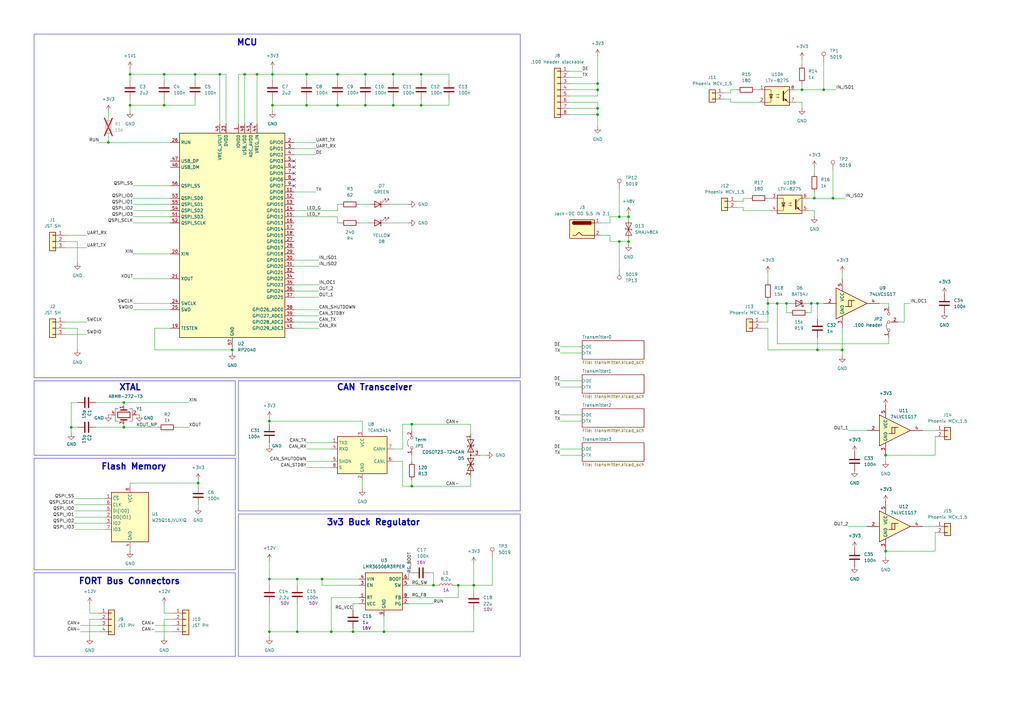
<source format=kicad_sch>
(kicad_sch (version 20250114) (generator "eeschema") (generator_version "9.0")
  (paper "A3")
  (rectangle (start 13.97 234.95) (end 96.52 269.24))
  (rectangle (start 97.79 210.82) (end 213.36 269.24))
  (rectangle (start 97.79 156.21) (end 213.36 209.55))
  (rectangle (start 13.97 156.21) (end 96.52 186.69))
  (rectangle (start 13.97 13.97) (end 213.36 154.94))
  (rectangle (start 13.97 187.96) (end 96.52 233.68))
  (text "MCU" (at 101.346 17.526 0) (effects (font (size 2.54 2.54) (thickness 0.508) (bold yes))))
  (text "FORT Bus Connectors" (at 53.086 236.982 0) (effects (font (size 2.54 2.54) (thickness 0.508) (bold yes)) (justify top)))
  (text "XTAL" (at 53.34 157.48 0) (effects (font (size 2.54 2.54) (thickness 0.508) (bold yes)) (justify top)))
  (text "Flash Memory" (at 54.864 189.992 0) (effects (font (size 2.54 2.54) (thickness 0.508) (bold yes)) (justify top)))
  (text "3v3 Buck Regulator" (at 153.162 212.852 0) (effects (font (size 2.54 2.54) (thickness 0.508) (bold yes)) (justify top)))
  (text "CAN Transceiver" (at 153.67 157.48 0) (effects (font (size 2.54 2.54) (thickness 0.508) (bold yes)) (justify top)))
  (junction (at 138.43 43.18))
  (junction (at 132.08 237.49))
  (junction (at 157.48 259.08))
  (junction (at 105.41 30.48))
  (junction (at 245.11 46.99))
  (junction (at 81.28 198.12))
  (junction (at 161.29 43.18))
  (junction (at 168.91 199.39))
  (junction (at 363.22 226.06))
  (junction (at 172.72 43.18))
  (junction (at 53.34 30.48))
  (junction (at 90.17 30.48))
  (junction (at 121.92 237.49))
  (junction (at 257.81 99.06))
  (junction (at 110.49 259.08))
  (junction (at 111.76 43.18))
  (junction (at 125.73 43.18))
  (junction (at 111.76 30.48))
  (junction (at 257.81 88.9))
  (junction (at 245.11 44.45))
  (junction (at 172.72 30.48))
  (junction (at 50.8 175.26))
  (junction (at 125.73 30.48))
  (junction (at 44.45 58.42))
  (junction (at 149.86 30.48))
  (junction (at 80.01 30.48))
  (junction (at 314.96 124.46))
  (junction (at 29.21 175.26))
  (junction (at 335.28 143.51))
  (junction (at 110.49 237.49))
  (junction (at 194.31 240.03))
  (junction (at 138.43 30.48))
  (junction (at 110.49 172.72))
  (junction (at 53.34 43.18))
  (junction (at 363.22 186.69))
  (junction (at 322.58 124.46))
  (junction (at 161.29 30.48))
  (junction (at 341.63 81.28))
  (junction (at 50.8 165.1))
  (junction (at 254 88.9))
  (junction (at 168.91 173.99))
  (junction (at 337.82 36.83))
  (junction (at 245.11 36.83))
  (junction (at 332.74 124.46))
  (junction (at 95.25 143.51))
  (junction (at 318.77 124.46))
  (junction (at 187.96 240.03))
  (junction (at 144.78 259.08))
  (junction (at 334.01 81.28))
  (junction (at 177.8 240.03))
  (junction (at 135.89 259.08))
  (junction (at 121.92 259.08))
  (junction (at 335.28 124.46))
  (junction (at 149.86 43.18))
  (junction (at 245.11 34.29))
  (junction (at 100.33 30.48))
  (junction (at 328.93 36.83))
  (junction (at 345.44 143.51))
  (junction (at 67.31 43.18))
  (junction (at 67.31 30.48))
  (junction (at 254 99.06))
  (no_connect (at 120.65 68.58))
  (no_connect (at 120.65 76.2))
  (no_connect (at 102.87 50.8))
  (no_connect (at 120.65 66.04))
  (no_connect (at 120.65 73.66))
  (no_connect (at 120.65 71.12))
  (wire (pts (xy 125.73 30.48) (xy 138.43 30.48)))
  (wire (pts (xy 26.67 132.08) (xy 35.56 132.08)))
  (wire (pts (xy 50.8 173.99) (xy 50.8 175.26)))
  (wire (pts (xy 331.47 124.46) (xy 332.74 124.46)))
  (wire (pts (xy 147.32 91.44) (xy 151.13 91.44)))
  (wire (pts (xy 297.18 40.64) (xy 299.72 40.64)))
  (wire (pts (xy 363.22 226.06) (xy 383.54 226.06)))
  (wire (pts (xy 238.76 186.69) (xy 229.87 186.69)))
  (wire (pts (xy 105.41 30.48) (xy 111.76 30.48)))
  (wire (pts (xy 138.43 43.18) (xy 149.86 43.18)))
  (wire (pts (xy 238.76 184.15) (xy 229.87 184.15)))
  (wire (pts (xy 250.19 88.9) (xy 254 88.9)))
  (wire (pts (xy 29.21 175.26) (xy 29.21 177.8)))
  (wire (pts (xy 246.38 91.44) (xy 250.19 91.44)))
  (wire (pts (xy 81.28 196.85) (xy 81.28 198.12)))
  (wire (pts (xy 63.5 259.08) (xy 71.12 259.08)))
  (wire (pts (xy 347.98 215.9) (xy 355.6 215.9)))
  (wire (pts (xy 53.34 40.64) (xy 53.34 43.18)))
  (wire (pts (xy 135.89 259.08) (xy 144.78 259.08)))
  (wire (pts (xy 148.59 172.72) (xy 148.59 176.53)))
  (wire (pts (xy 120.65 60.96) (xy 129.54 60.96)))
  (wire (pts (xy 318.77 124.46) (xy 318.77 140.97)))
  (wire (pts (xy 50.8 166.37) (xy 50.8 165.1)))
  (wire (pts (xy 299.72 40.64) (xy 299.72 41.91)))
  (wire (pts (xy 161.29 184.15) (xy 165.1 184.15)))
  (wire (pts (xy 363.22 186.69) (xy 383.54 186.69)))
  (wire (pts (xy 245.11 46.99) (xy 245.11 44.45)))
  (wire (pts (xy 138.43 30.48) (xy 138.43 33.02)))
  (wire (pts (xy 120.65 116.84) (xy 130.81 116.84)))
  (wire (pts (xy 125.73 43.18) (xy 125.73 40.64)))
  (wire (pts (xy 95.25 143.51) (xy 95.25 144.78)))
  (wire (pts (xy 90.17 30.48) (xy 90.17 50.8)))
  (wire (pts (xy 50.8 165.1) (xy 77.47 165.1)))
  (wire (pts (xy 335.28 124.46) (xy 335.28 130.81)))
  (wire (pts (xy 130.81 109.22) (xy 120.65 109.22)))
  (wire (pts (xy 334.01 68.58) (xy 334.01 71.12)))
  (wire (pts (xy 172.72 30.48) (xy 172.72 33.02)))
  (wire (pts (xy 245.11 44.45) (xy 245.11 41.91)))
  (wire (pts (xy 299.72 38.1) (xy 299.72 36.83)))
  (wire (pts (xy 304.8 82.55) (xy 304.8 81.28)))
  (wire (pts (xy 314.96 111.76) (xy 314.96 115.57)))
  (wire (pts (xy 364.49 124.46) (xy 364.49 125.73)))
  (wire (pts (xy 314.96 123.19) (xy 314.96 124.46)))
  (wire (pts (xy 26.67 134.62) (xy 31.75 134.62)))
  (wire (pts (xy 132.08 240.03) (xy 147.32 240.03)))
  (wire (pts (xy 31.75 99.06) (xy 31.75 107.95)))
  (wire (pts (xy 53.34 43.18) (xy 53.34 45.72)))
  (wire (pts (xy 44.45 58.42) (xy 69.85 58.42)))
  (wire (pts (xy 331.47 128.27) (xy 332.74 128.27)))
  (wire (pts (xy 314.96 81.28) (xy 316.23 81.28)))
  (wire (pts (xy 165.1 199.39) (xy 168.91 199.39)))
  (wire (pts (xy 120.65 58.42) (xy 129.54 58.42)))
  (wire (pts (xy 184.15 43.18) (xy 184.15 40.64)))
  (wire (pts (xy 144.78 259.08) (xy 157.48 259.08)))
  (wire (pts (xy 167.64 240.03) (xy 177.8 240.03)))
  (wire (pts (xy 111.76 40.64) (xy 111.76 43.18)))
  (wire (pts (xy 63.5 143.51) (xy 95.25 143.51)))
  (wire (pts (xy 149.86 43.18) (xy 161.29 43.18)))
  (wire (pts (xy 161.29 43.18) (xy 161.29 40.64)))
  (wire (pts (xy 246.38 96.52) (xy 250.19 96.52)))
  (wire (pts (xy 130.81 129.54) (xy 120.65 129.54)))
  (wire (pts (xy 110.49 172.72) (xy 148.59 172.72)))
  (wire (pts (xy 72.39 175.26) (xy 77.47 175.26)))
  (wire (pts (xy 193.04 199.39) (xy 193.04 195.58)))
  (wire (pts (xy 149.86 30.48) (xy 161.29 30.48)))
  (wire (pts (xy 383.54 176.53) (xy 378.46 176.53)))
  (wire (pts (xy 130.81 121.92) (xy 120.65 121.92)))
  (wire (pts (xy 53.34 198.12) (xy 53.34 199.39)))
  (wire (pts (xy 81.28 207.01) (xy 81.28 208.28)))
  (wire (pts (xy 110.49 229.87) (xy 110.49 237.49)))
  (wire (pts (xy 110.49 182.88) (xy 110.49 181.61)))
  (wire (pts (xy 341.63 69.85) (xy 341.63 81.28)))
  (wire (pts (xy 67.31 247.65) (xy 67.31 251.46)))
  (wire (pts (xy 238.76 172.72) (xy 229.87 172.72)))
  (wire (pts (xy 326.39 41.91) (xy 328.93 41.91)))
  (wire (pts (xy 233.68 31.75) (xy 238.76 31.75)))
  (wire (pts (xy 158.75 91.44) (xy 167.64 91.44)))
  (wire (pts (xy 331.47 86.36) (xy 334.01 86.36)))
  (wire (pts (xy 312.42 134.62) (xy 314.96 134.62)))
  (wire (pts (xy 31.75 134.62) (xy 31.75 143.51)))
  (wire (pts (xy 194.31 250.19) (xy 194.31 259.08)))
  (wire (pts (xy 254 110.49) (xy 254 99.06)))
  (wire (pts (xy 245.11 39.37) (xy 233.68 39.37)))
  (wire (pts (xy 30.48 207.01) (xy 43.18 207.01)))
  (wire (pts (xy 168.91 199.39) (xy 193.04 199.39)))
  (wire (pts (xy 97.79 50.8) (xy 97.79 30.48)))
  (wire (pts (xy 337.82 36.83) (xy 342.9 36.83)))
  (wire (pts (xy 328.93 41.91) (xy 328.93 44.45)))
  (wire (pts (xy 30.48 209.55) (xy 43.18 209.55)))
  (wire (pts (xy 26.67 101.6) (xy 35.56 101.6)))
  (wire (pts (xy 193.04 173.99) (xy 193.04 177.8)))
  (wire (pts (xy 332.74 128.27) (xy 332.74 124.46)))
  (wire (pts (xy 370.84 124.46) (xy 373.38 124.46)))
  (wire (pts (xy 29.21 165.1) (xy 29.21 175.26)))
  (wire (pts (xy 383.54 226.06) (xy 383.54 218.44)))
  (wire (pts (xy 67.31 254) (xy 67.31 261.62)))
  (wire (pts (xy 120.65 78.74) (xy 129.54 78.74)))
  (wire (pts (xy 80.01 30.48) (xy 80.01 33.02)))
  (wire (pts (xy 67.31 30.48) (xy 80.01 30.48)))
  (wire (pts (xy 238.76 144.78) (xy 229.87 144.78)))
  (wire (pts (xy 110.49 237.49) (xy 121.92 237.49)))
  (wire (pts (xy 304.8 86.36) (xy 316.23 86.36)))
  (wire (pts (xy 360.68 124.46) (xy 364.49 124.46)))
  (wire (pts (xy 144.78 259.08) (xy 144.78 257.81)))
  (wire (pts (xy 245.11 46.99) (xy 233.68 46.99)))
  (wire (pts (xy 135.89 245.11) (xy 135.89 259.08)))
  (wire (pts (xy 130.81 134.62) (xy 120.65 134.62)))
  (wire (pts (xy 30.48 217.17) (xy 43.18 217.17)))
  (wire (pts (xy 50.8 175.26) (xy 64.77 175.26)))
  (wire (pts (xy 40.64 58.42) (xy 44.45 58.42)))
  (wire (pts (xy 53.34 27.94) (xy 53.34 30.48)))
  (wire (pts (xy 363.22 186.69) (xy 363.22 189.23)))
  (wire (pts (xy 54.61 124.46) (xy 69.85 124.46)))
  (wire (pts (xy 322.58 128.27) (xy 323.85 128.27)))
  (wire (pts (xy 334.01 86.36) (xy 334.01 88.9)))
  (wire (pts (xy 125.73 43.18) (xy 138.43 43.18)))
  (wire (pts (xy 125.73 184.15) (xy 135.89 184.15)))
  (wire (pts (xy 318.77 140.97) (xy 364.49 140.97)))
  (wire (pts (xy 233.68 29.21) (xy 238.76 29.21)))
  (wire (pts (xy 314.96 134.62) (xy 314.96 143.51)))
  (wire (pts (xy 44.45 45.72) (xy 44.45 48.26)))
  (wire (pts (xy 337.82 25.4) (xy 337.82 36.83)))
  (wire (pts (xy 177.8 240.03) (xy 179.07 240.03)))
  (wire (pts (xy 309.88 36.83) (xy 311.15 36.83)))
  (wire (pts (xy 53.34 30.48) (xy 53.34 33.02)))
  (wire (pts (xy 138.43 30.48) (xy 149.86 30.48)))
  (wire (pts (xy 110.49 259.08) (xy 121.92 259.08)))
  (wire (pts (xy 100.33 30.48) (xy 100.33 50.8)))
  (wire (pts (xy 125.73 181.61) (xy 135.89 181.61)))
  (wire (pts (xy 54.61 83.82) (xy 69.85 83.82)))
  (wire (pts (xy 31.75 165.1) (xy 29.21 165.1)))
  (wire (pts (xy 326.39 36.83) (xy 328.93 36.83)))
  (wire (pts (xy 331.47 81.28) (xy 334.01 81.28)))
  (wire (pts (xy 135.89 245.11) (xy 147.32 245.11)))
  (wire (pts (xy 347.98 176.53) (xy 355.6 176.53)))
  (wire (pts (xy 168.91 186.69) (xy 168.91 189.23)))
  (wire (pts (xy 238.76 170.18) (xy 229.87 170.18)))
  (wire (pts (xy 341.63 81.28) (xy 346.71 81.28)))
  (wire (pts (xy 314.96 124.46) (xy 318.77 124.46)))
  (wire (pts (xy 33.02 256.54) (xy 40.64 256.54)))
  (wire (pts (xy 80.01 30.48) (xy 90.17 30.48)))
  (wire (pts (xy 110.49 172.72) (xy 110.49 173.99)))
  (wire (pts (xy 345.44 143.51) (xy 345.44 146.05)))
  (wire (pts (xy 30.48 204.47) (xy 43.18 204.47)))
  (wire (pts (xy 257.81 88.9) (xy 257.81 87.63)))
  (wire (pts (xy 54.61 76.2) (xy 69.85 76.2)))
  (wire (pts (xy 121.92 247.65) (xy 121.92 259.08)))
  (wire (pts (xy 245.11 34.29) (xy 245.11 36.83)))
  (wire (pts (xy 138.43 91.44) (xy 138.43 88.9)))
  (wire (pts (xy 245.11 22.86) (xy 245.11 34.29)))
  (wire (pts (xy 111.76 30.48) (xy 125.73 30.48)))
  (wire (pts (xy 30.48 212.09) (xy 43.18 212.09)))
  (wire (pts (xy 63.5 134.62) (xy 63.5 143.51)))
  (wire (pts (xy 121.92 237.49) (xy 132.08 237.49)))
  (wire (pts (xy 53.34 224.79) (xy 53.34 226.06)))
  (wire (pts (xy 39.37 175.26) (xy 50.8 175.26)))
  (wire (pts (xy 157.48 259.08) (xy 194.31 259.08)))
  (wire (pts (xy 165.1 173.99) (xy 168.91 173.99)))
  (wire (pts (xy 314.96 143.51) (xy 335.28 143.51)))
  (wire (pts (xy 186.69 240.03) (xy 187.96 240.03)))
  (wire (pts (xy 167.64 234.95) (xy 168.91 234.95)))
  (wire (pts (xy 245.11 36.83) (xy 245.11 39.37)))
  (wire (pts (xy 130.81 132.08) (xy 120.65 132.08)))
  (wire (pts (xy 111.76 27.94) (xy 111.76 30.48)))
  (wire (pts (xy 147.32 83.82) (xy 151.13 83.82)))
  (wire (pts (xy 165.1 189.23) (xy 165.1 199.39)))
  (wire (pts (xy 245.11 36.83) (xy 233.68 36.83)))
  (wire (pts (xy 158.75 83.82) (xy 167.64 83.82)))
  (wire (pts (xy 130.81 119.38) (xy 120.65 119.38)))
  (wire (pts (xy 67.31 43.18) (xy 80.01 43.18)))
  (wire (pts (xy 302.26 82.55) (xy 304.8 82.55)))
  (wire (pts (xy 238.76 158.75) (xy 229.87 158.75)))
  (wire (pts (xy 26.67 99.06) (xy 31.75 99.06)))
  (wire (pts (xy 54.61 86.36) (xy 69.85 86.36)))
  (wire (pts (xy 138.43 88.9) (xy 120.65 88.9)))
  (wire (pts (xy 111.76 30.48) (xy 111.76 33.02)))
  (wire (pts (xy 36.83 251.46) (xy 40.64 251.46)))
  (wire (pts (xy 172.72 30.48) (xy 184.15 30.48)))
  (wire (pts (xy 138.43 43.18) (xy 138.43 40.64)))
  (wire (pts (xy 177.8 240.03) (xy 177.8 234.95)))
  (wire (pts (xy 334.01 81.28) (xy 334.01 78.74)))
  (wire (pts (xy 254 88.9) (xy 257.81 88.9)))
  (wire (pts (xy 36.83 254) (xy 36.83 261.62)))
  (wire (pts (xy 53.34 30.48) (xy 67.31 30.48)))
  (wire (pts (xy 172.72 43.18) (xy 184.15 43.18)))
  (wire (pts (xy 257.81 99.06) (xy 257.81 100.33)))
  (wire (pts (xy 196.85 186.69) (xy 199.39 186.69)))
  (wire (pts (xy 245.11 34.29) (xy 233.68 34.29)))
  (wire (pts (xy 110.49 259.08) (xy 110.49 261.62)))
  (wire (pts (xy 184.15 30.48) (xy 184.15 33.02)))
  (wire (pts (xy 370.84 132.08) (xy 370.84 124.46)))
  (wire (pts (xy 165.1 184.15) (xy 165.1 173.99)))
  (wire (pts (xy 30.48 214.63) (xy 43.18 214.63)))
  (wire (pts (xy 157.48 252.73) (xy 157.48 259.08)))
  (wire (pts (xy 168.91 196.85) (xy 168.91 199.39)))
  (wire (pts (xy 54.61 81.28) (xy 69.85 81.28)))
  (wire (pts (xy 383.54 186.69) (xy 383.54 179.07)))
  (wire (pts (xy 238.76 142.24) (xy 229.87 142.24)))
  (wire (pts (xy 299.72 41.91) (xy 311.15 41.91)))
  (wire (pts (xy 125.73 30.48) (xy 125.73 33.02)))
  (wire (pts (xy 120.65 63.5) (xy 129.54 63.5)))
  (wire (pts (xy 138.43 83.82) (xy 138.43 86.36)))
  (wire (pts (xy 302.26 85.09) (xy 304.8 85.09)))
  (wire (pts (xy 33.02 259.08) (xy 40.64 259.08)))
  (wire (pts (xy 250.19 96.52) (xy 250.19 99.06)))
  (wire (pts (xy 53.34 43.18) (xy 67.31 43.18)))
  (wire (pts (xy 161.29 189.23) (xy 165.1 189.23)))
  (wire (pts (xy 335.28 138.43) (xy 335.28 143.51)))
  (wire (pts (xy 69.85 134.62) (xy 63.5 134.62)))
  (wire (pts (xy 187.96 245.11) (xy 187.96 240.03)))
  (wire (pts (xy 364.49 140.97) (xy 364.49 138.43)))
  (wire (pts (xy 335.28 124.46) (xy 337.82 124.46)))
  (wire (pts (xy 318.77 124.46) (xy 322.58 124.46)))
  (wire (pts (xy 63.5 256.54) (xy 71.12 256.54)))
  (wire (pts (xy 139.7 91.44) (xy 138.43 91.44)))
  (wire (pts (xy 238.76 156.21) (xy 229.87 156.21)))
  (wire (pts (xy 194.31 231.14) (xy 194.31 240.03)))
  (wire (pts (xy 322.58 124.46) (xy 323.85 124.46)))
  (wire (pts (xy 95.25 142.24) (xy 95.25 143.51)))
  (wire (pts (xy 368.3 132.08) (xy 370.84 132.08)))
  (wire (pts (xy 177.8 234.95) (xy 176.53 234.95)))
  (wire (pts (xy 172.72 43.18) (xy 172.72 40.64)))
  (wire (pts (xy 54.61 114.3) (xy 69.85 114.3)))
  (wire (pts (xy 299.72 36.83) (xy 302.26 36.83)))
  (wire (pts (xy 297.18 38.1) (xy 299.72 38.1)))
  (wire (pts (xy 161.29 30.48) (xy 161.29 33.02)))
  (wire (pts (xy 254 77.47) (xy 254 88.9)))
  (wire (pts (xy 257.81 99.06) (xy 257.81 97.79)))
  (wire (pts (xy 54.61 104.14) (xy 69.85 104.14)))
  (wire (pts (xy 132.08 237.49) (xy 147.32 237.49)))
  (wire (pts (xy 39.37 165.1) (xy 50.8 165.1)))
  (wire (pts (xy 67.31 251.46) (xy 71.12 251.46)))
  (wire (pts (xy 254 99.06) (xy 250.19 99.06)))
  (wire (pts (xy 187.96 240.03) (xy 194.31 240.03)))
  (wire (pts (xy 100.33 30.48) (xy 105.41 30.48)))
  (wire (pts (xy 130.81 106.68) (xy 120.65 106.68)))
  (wire (pts (xy 67.31 40.64) (xy 67.31 43.18)))
  (wire (pts (xy 328.93 36.83) (xy 328.93 34.29)))
  (wire (pts (xy 110.49 171.45) (xy 110.49 172.72)))
  (wire (pts (xy 54.61 91.44) (xy 69.85 91.44)))
  (wire (pts (xy 245.11 52.07) (xy 245.11 46.99)))
  (wire (pts (xy 53.34 198.12) (xy 81.28 198.12)))
  (wire (pts (xy 194.31 240.03) (xy 201.93 240.03)))
  (wire (pts (xy 328.93 24.13) (xy 328.93 26.67)))
  (wire (pts (xy 40.64 254) (xy 36.83 254)))
  (wire (pts (xy 148.59 196.85) (xy 148.59 200.66)))
  (wire (pts (xy 36.83 247.65) (xy 36.83 251.46)))
  (wire (pts (xy 71.12 254) (xy 67.31 254)))
  (wire (pts (xy 363.22 226.06) (xy 363.22 228.6)))
  (wire (pts (xy 250.19 91.44) (xy 250.19 88.9)))
  (wire (pts (xy 194.31 240.03) (xy 194.31 242.57)))
  (wire (pts (xy 245.11 41.91) (xy 233.68 41.91)))
  (wire (pts (xy 110.49 247.65) (xy 110.49 259.08)))
  (wire (pts (xy 167.64 245.11) (xy 187.96 245.11)))
  (wire (pts (xy 44.45 55.88) (xy 44.45 58.42)))
  (wire (pts (xy 383.54 215.9) (xy 378.46 215.9)))
  (wire (pts (xy 168.91 173.99) (xy 193.04 173.99)))
  (wire (pts (xy 138.43 83.82) (xy 139.7 83.82)))
  (wire (pts (xy 322.58 124.46) (xy 322.58 128.27)))
  (wire (pts (xy 67.31 30.48) (xy 67.31 33.02)))
  (wire (pts (xy 304.8 81.28) (xy 307.34 81.28)))
  (wire (pts (xy 105.41 50.8) (xy 105.41 30.48)))
  (wire (pts (xy 304.8 85.09) (xy 304.8 86.36)))
  (wire (pts (xy 125.73 189.23) (xy 135.89 189.23)))
  (wire (pts (xy 110.49 240.03) (xy 110.49 237.49)))
  (wire (pts (xy 97.79 30.48) (xy 100.33 30.48)))
  (wire (pts (xy 92.71 30.48) (xy 92.71 50.8)))
  (wire (pts (xy 149.86 30.48) (xy 149.86 33.02)))
  (wire (pts (xy 130.81 127) (xy 120.65 127)))
  (wire (pts (xy 132.08 237.49) (xy 132.08 240.03)))
  (wire (pts (xy 168.91 173.99) (xy 168.91 176.53)))
  (wire (pts (xy 167.64 247.65) (xy 177.8 247.65)))
  (wire (pts (xy 345.44 134.62) (xy 345.44 143.51)))
  (wire (pts (xy 81.28 198.12) (xy 81.28 199.39)))
  (wire (pts (xy 144.78 247.65) (xy 144.78 250.19)))
  (wire (pts (xy 31.75 175.26) (xy 29.21 175.26)))
  (wire (pts (xy 121.92 237.49) (xy 121.92 240.03)))
  (wire (pts (xy 121.92 259.08) (xy 135.89 259.08)))
  (wire (pts (xy 201.93 228.6) (xy 201.93 240.03)))
  (wire (pts (xy 149.86 43.18) (xy 149.86 40.64)))
  (wire (pts (xy 90.17 30.48) (xy 92.71 30.48)))
  (wire (pts (xy 44.45 170.18) (xy 45.72 170.18)))
  (wire (pts (xy 314.96 132.08) (xy 312.42 132.08)))
  (wire (pts (xy 54.61 127) (xy 69.85 127)))
  (wire (pts (xy 345.44 111.76) (xy 345.44 114.3)))
  (wire (pts (xy 26.67 137.16) (xy 35.56 137.16)))
  (wire (pts (xy 335.28 124.46) (xy 332.74 124.46)))
  (wire (pts (xy 161.29 43.18) (xy 172.72 43.18)))
  (wire (pts (xy 314.96 124.46) (xy 314.96 132.08)))
  (wire (pts (xy 335.28 143.51) (xy 345.44 143.51)))
  (wire (pts (xy 26.67 96.52) (xy 35.56 96.52)))
  (wire (pts (xy 147.32 247.65) (xy 144.78 247.65)))
  (wire (pts (xy 54.61 88.9) (xy 69.85 88.9)))
  (wire (pts (xy 334.01 81.28) (xy 341.63 81.28)))
  (wire (pts (xy 138.43 86.36) (xy 120.65 86.36)))
  (wire (pts (xy 111.76 43.18) (xy 111.76 45.72)))
  (wire (pts (xy 167.64 237.49) (xy 167.64 234.95)))
  (wire (pts (xy 328.93 36.83) (xy 337.82 36.83)))
  (wire (pts (xy 245.11 44.45) (xy 233.68 44.45)))
  (wire (pts (xy 55.88 170.18) (xy 57.15 170.18)))
  (wire (pts (xy 257.81 90.17) (xy 257.81 88.9)))
  (wire (pts (xy 125.73 191.77) (xy 135.89 191.77)))
  (wire (pts (xy 257.81 99.06) (xy 254 99.06)))
  (wire (pts (xy 80.01 43.18) (xy 80.01 40.64)))
  (wire (pts (xy 161.29 30.48) (xy 172.72 30.48)))
  (wire (pts (xy 111.76 43.18) (xy 125.73 43.18)))
  (label "QSPI_IO2" (at 30.48 214.63 180))
  (label "OUT_1" (at 347.98 176.53 180))
  (label "RG_FB" (at 168.91 245.11 0))
  (label "QSPI_IO0" (at 54.61 81.28 180))
  (label "IN_OC1" (at 130.81 116.84 0))
  (label "CAN_STDBY" (at 125.73 191.77 180))
  (label "DE" (at 129.54 63.5 0))
  (label "DE" (at 229.87 156.21 180))
  (label "OUT_2" (at 130.81 119.38 0))
  (label "TX" (at 229.87 158.75 180))
  (label "QSPI_SCLK" (at 30.48 207.01 180))
  (label "QSPI_IO3" (at 54.61 88.9 180))
  (label "SWCLK" (at 54.61 124.46 180))
  (label "CAN-" (at 63.5 259.08 180))
  (label "DE" (at 229.87 170.18 180))
  (label "RG_VCC" (at 144.78 250.19 180))
  (label "CAN-" (at 182.88 199.39 0))
  (label "UART_TX" (at 35.56 101.6 0))
  (label "CAN_STDBY" (at 130.81 129.54 0))
  (label "QSPI_SS" (at 30.48 204.47 180))
  (label "QSPI_IO1" (at 30.48 212.09 180))
  (label "XOUT_NP" (at 55.88 175.26 0))
  (label "LED_Y" (at 125.73 88.9 0))
  (label "CAN_RX" (at 130.81 134.62 0))
  (label "IN_ISO1" (at 342.9 36.83 0))
  (label "TX" (at 229.87 172.72 180))
  (label "RUN" (at 40.64 58.42 180))
  (label "XIN" (at 77.47 165.1 0))
  (label "CAN_RX" (at 125.73 184.15 180))
  (label "RG_SW" (at 168.91 240.03 0))
  (label "QSPI_IO1" (at 54.61 83.82 180))
  (label "RG_BOOT" (at 168.91 234.95 90))
  (label "RUN" (at 177.8 247.65 0))
  (label "CAN_TX" (at 130.81 132.08 0))
  (label "DE" (at 238.76 29.21 0))
  (label "UART_TX" (at 129.54 58.42 0))
  (label "QSPI_IO2" (at 54.61 86.36 180))
  (label "IN_OC1" (at 373.38 124.46 0))
  (label "CAN_SHUTDOWN" (at 130.81 127 0))
  (label "TX" (at 229.87 144.78 180))
  (label "OUT_1" (at 130.81 121.92 0))
  (label "QSPI_IO0" (at 30.48 209.55 180))
  (label "SWCLK" (at 35.56 132.08 0))
  (label "SWDIO" (at 35.56 137.16 0))
  (label "XOUT" (at 77.47 175.26 0))
  (label "IN_ISO1" (at 130.81 106.68 0))
  (label "DE" (at 229.87 142.24 180))
  (label "TX" (at 129.54 78.74 0))
  (label "XIN" (at 54.61 104.14 180))
  (label "CAN_TX" (at 125.73 181.61 180))
  (label "TX" (at 238.76 31.75 0))
  (label "CAN_SHUTDOWN" (at 125.73 189.23 180))
  (label "CAN+" (at 63.5 256.54 180))
  (label "XOUT" (at 54.61 114.3 180))
  (label "CAN+" (at 182.88 173.99 0))
  (label "UART_RX" (at 129.54 60.96 0))
  (label "QSPI_SCLK" (at 54.61 91.44 180))
  (label "CAN+" (at 33.02 256.54 180))
  (label "IN_ISO2" (at 346.71 81.28 0))
  (label "UART_RX" (at 35.56 96.52 0))
  (label "QSPI_IO3" (at 30.48 217.17 180))
  (label "LED_G" (at 125.73 86.36 0))
  (label "QSPI_SS" (at 54.61 76.2 180))
  (label "SWDIO" (at 54.61 127 180))
  (label "DE" (at 229.87 184.15 180))
  (label "CAN-" (at 33.02 259.08 180))
  (label "TX" (at 229.87 186.69 180))
  (label "IN_ISO2" (at 130.81 109.22 0))
  (label "OUT_2" (at 347.98 215.9 180))
  (symbol (lib_id "Connector:TestPoint") (at 201.93 228.6 0) (unit 1)
    (property "Reference" "TP3" (at 204.47 224.0279 0) (effects (justify left)))
    (property "Value" "5019" (at 204.47 226.5679 0) (effects (justify left)))
    (property "Footprint" "TestPoint:TestPoint_Keystone_5019_Minature" (effects (hide yes)))
    (property "Description" "test point" (effects (hide yes)))
    (property "MPN" "5019" (effects (hide yes)))
  )
  (symbol (lib_id "power:GND") (at 167.64 83.82 90) (unit 1)
    (property "Reference" "#PWR069" (effects (hide yes)))
    (property "Value" "GND" (at 171.45 83.8199 90) (effects (justify right)))
    (property "Description" "Power symbol creates a global label with name \"GND\" , ground" (effects (hide yes)))
  )
  (symbol (lib_id "power:GND") (at 110.49 182.88 0) (unit 1)
    (property "Reference" "#PWR052" (effects (hide yes)))
    (property "Value" "GND" (at 113.538 182.88 0))
    (property "Description" "Power symbol creates a global label with name \"GND\" , ground" (effects (hide yes)))
  )
  (symbol (lib_id "Device:R") (at 143.51 83.82 270) (unit 1)
    (property "Reference" "R3" (at 143.51 77.47 90))
    (property "Value" "62" (at 143.51 80.01 90))
    (property "Footprint" "Resistor_SMD:R_0402_1005Metric" (effects (hide yes)))
    (property "Description" "Resistor" (effects (hide yes)))
    (property "MPN" "RC0402FR-0762RL" (effects (hide yes)))
    (property "Var" "Type Mother(+f) Daughter(-f)" (effects (hide yes)))
  )
  (symbol (lib_id "Device:C") (at 172.72 234.95 90) (mirror x) (unit 1)
    (property "Reference" "C17" (at 170.942 225.552 90) (effects (justify right)))
    (property "Value" "100n" (at 170.942 228.092 90) (effects (justify right)))
    (property "Footprint" "Capacitor_SMD:C_0402_1005Metric" (effects (hide yes)))
    (property "Description" "Unpolarized capacitor" (effects (hide yes)))
    (property "Rated Voltage" "16V" (at 172.72 230.632 90))
    (property "Dielectric" "X7R" (effects (hide yes)))
    (property "MPN" "GRM155R71H104KE14J" (effects (hide yes)))
    (property "Var" "Type Mother(+f) Daughter(-f)" (effects (hide yes)))
  )
  (symbol (lib_id "power:+3V3") (at 81.28 196.85 0) (unit 1)
    (property "Reference" "#PWR09" (effects (hide yes)))
    (property "Value" "+3V3" (at 81.28 191.77 0))
    (property "Description" "Power symbol creates a global label with name \"+3V3\"" (effects (hide yes)))
  )
  (symbol (lib_id "Device:D_TVS_Dual_AAC") (at 193.04 186.69 90) (mirror x) (unit 1)
    (property "Reference" "D5" (at 190.5 187.9601 90) (effects (justify left)))
    (property "Value" "CDSOT23-T24CAN" (at 190.5 185.4201 90) (effects (justify left)))
    (property "Footprint" "Package_TO_SOT_SMD:SOT-23" (effects (hide yes)))
    (property "Description" "Bidirectional dual transient-voltage-suppression diode, center on pin 3" (effects (hide yes)))
    (property "MPN" "CDSOT23-T24CAN" (effects (hide yes)))
    (property "Var" "Type Mother(+f) Daughter(-f)" (effects (hide yes)))
  )
  (symbol (lib_id "Device:C") (at 35.56 165.1 270) (unit 1)
    (property "Reference" "C1" (at 36.7284 168.021 0) (effects (justify left)))
    (property "Value" "15p" (at 34.417 168.021 0) (effects (justify left)))
    (property "Footprint" "Capacitor_SMD:C_0402_1005Metric" (effects (hide yes)))
    (property "Rated Voltage" "10V" (effects (hide yes)))
    (property "MPN" "CC0402JRNPO8BN150" (effects (hide yes)))
    (property "Var" "Type Mother(+f) Daughter(-f)" (effects (hide yes)))
  )
  (symbol (lib_id "Device:C") (at 81.28 203.2 0) (unit 1)
    (property "Reference" "C6" (at 85.09 201.9299 0) (effects (justify left)))
    (property "Value" "100n" (at 85.09 204.4699 0) (effects (justify left)))
    (property "Footprint" "Capacitor_SMD:C_0402_1005Metric" (effects (hide yes)))
    (property "Description" "Unpolarized capacitor" (effects (hide yes)))
    (property "Rated Voltage" "16V" (effects (hide yes)))
    (property "MPN" "GRM155R71H104KE14J" (effects (hide yes)))
    (property "Var" "Type Mother(+f) Daughter(-f)" (effects (hide yes)))
  )
  (symbol (lib_id "Device:C") (at 350.52 228.6 0) (unit 1)
    (property "Reference" "C35" (at 354.33 227.3299 0) (effects (justify left)))
    (property "Value" "100n" (at 354.33 229.8699 0) (effects (justify left)))
    (property "Footprint" "Capacitor_SMD:C_0402_1005Metric" (effects (hide yes)))
    (property "Description" "Unpolarized capacitor" (effects (hide yes)))
    (property "Rated Voltage" "16V" (effects (hide yes)))
    (property "MPN" "GRM155R71H104KE14J" (effects (hide yes)))
    (property "Var" "Type Mother(+f) Daughter(-f)" (effects (hide yes)))
  )
  (symbol (lib_id "Connector_Generic:Conn_01x08") (at 228.6 36.83 0) (mirror y) (unit 1)
    (property "Reference" "J8" (at 228.6 22.86 0))
    (property "Value" ".100 Header stackable" (at 228.6 25.4 0))
    (property "Footprint" "Connector_PinSocket_2.54mm:PinSocket_1x08_P2.54mm_Vertical" (effects (hide yes)))
    (property "Description" "Generic connector, single row, 01x08, script generated (kicad-library-utils/schlib/autogen/connector/)" (effects (hide yes)))
    (property "MPN" "ESQ-108-13-T-S " (effects (hide yes)))
  )
  (symbol (lib_id "74xGxx:74LVC1G17") (at 368.3 176.53 0) (unit 1)
    (property "Reference" "U11" (at 370.586 168.402 0))
    (property "Value" "74LVC1G17" (at 370.586 170.942 0))
    (property "Footprint" "Package_TO_SOT_SMD:SOT-23-5" (effects (hide yes)))
    (property "Datasheet" "https://www.ti.com/lit/ds/symlink/sn74lvc1g17.pdf" (effects (hide yes)))
    (property "Description" "Single Schmitt Buffer Gate, Low-Voltage CMOS" (effects (hide yes)))
    (property "MPN" "SN74LVC1G17DBVR" (effects (hide yes)))
    (property "Var" "Type Mother(+f) Daughter(-f)" (effects (hide yes)))
  )
  (symbol (lib_id "power:GND") (at 53.34 45.72 0) (unit 1)
    (property "Reference" "#PWR05" (effects (hide yes)))
    (property "Value" "GND" (at 53.34 50.8 0))
    (property "Description" "Power symbol creates a global label with name \"GND\" , ground" (effects (hide yes)))
  )
  (symbol (lib_id "Device:R") (at 311.15 81.28 90) (unit 1)
    (property "Reference" "R17" (at 311.15 74.93 90))
    (property "Value" "180" (at 311.15 77.47 90))
    (property "Footprint" "Resistor_SMD:R_0402_1005Metric" (effects (hide yes)))
    (property "Description" "Resistor" (effects (hide yes)))
    (property "MPN" "RC0402FR-07180RL" (effects (hide yes)))
    (property "Var" "Type Mother(+f) Daughter(-f)" (effects (hide yes)))
  )
  (symbol (lib_id "Device:C") (at 149.86 36.83 0) (unit 1)
    (property "Reference" "C10" (at 153.67 35.5599 0) (effects (justify left)))
    (property "Value" "100n" (at 153.67 38.0999 0) (effects (justify left)))
    (property "Footprint" "Capacitor_SMD:C_0402_1005Metric" (effects (hide yes)))
    (property "Description" "Unpolarized capacitor" (effects (hide yes)))
    (property "Rated Voltage" "16V" (effects (hide yes)))
    (property "MPN" "GRM155R71H104KE14J" (effects (hide yes)))
    (property "Var" "Type Mother(+f) Daughter(-f)" (effects (hide yes)))
  )
  (symbol (lib_id "Device:C") (at 184.15 36.83 0) (unit 1)
    (property "Reference" "C13" (at 187.96 35.5599 0) (effects (justify left)))
    (property "Value" "100n" (at 187.96 38.0999 0) (effects (justify left)))
    (property "Footprint" "Capacitor_SMD:C_0402_1005Metric" (effects (hide yes)))
    (property "Description" "Unpolarized capacitor" (effects (hide yes)))
    (property "Rated Voltage" "16V" (effects (hide yes)))
    (property "MPN" "GRM155R71H104KE14J" (effects (hide yes)))
    (property "Var" "Type Mother(+f) Daughter(-f)" (effects (hide yes)))
  )
  (symbol (lib_id "Device:L") (at 182.88 240.03 90) (unit 1)
    (property "Reference" "L1" (at 182.88 234.95 90))
    (property "Value" "8.2u" (at 182.88 237.49 90))
    (property "Footprint" "fort:L_Wuerth_WE-SPC_4838" (effects (hide yes)))
    (property "Datasheet" "https://www.yuden.co.jp/productdata/catalog/wound04_e.pdf" (effects (hide yes)))
    (property "Description" "Inductor" (effects (hide yes)))
    (property "MPN" "74408943082" (effects (hide yes)))
    (property "Rated Current" "1A" (at 182.88 242.062 90))
    (property "Var" "Type Mother(+f) Daughter(-f)" (effects (hide yes)))
  )
  (symbol (lib_id "power:GND") (at 199.39 186.69 90) (unit 1)
    (property "Reference" "#PWR053" (effects (hide yes)))
    (property "Value" "GND" (at 203.2 186.6899 90) (effects (justify right)))
    (property "Description" "Power symbol creates a global label with name \"GND\" , ground" (effects (hide yes)))
  )
  (symbol (lib_id "Connector:Jack-DC") (at 238.76 93.98 0) (unit 1)
    (property "Reference" "J3" (at 238.76 85.09 0))
    (property "Value" "Jack-DC OD 5.5 IN 2.1" (at 238.76 87.63 0))
    (property "Footprint" "Connector_BarrelJack:BarrelJack_Horizontal" (effects (hide yes)))
    (property "Description" "DC Barrel Jack" (effects (hide yes)))
    (property "MPN" "54-00131" (effects (hide yes)))
  )
  (symbol (lib_id "power:GND") (at 350.52 232.41 0) (unit 1)
    (property "Reference" "#PWR066" (effects (hide yes)))
    (property "Value" "GND" (at 350.52 237.49 0))
    (property "Description" "Power symbol creates a global label with name \"GND\" , ground" (effects (hide yes)))
  )
  (symbol (lib_id "power:GND") (at 328.93 44.45 0) (unit 1)
    (property "Reference" "#PWR055" (effects (hide yes)))
    (property "Value" "GND" (at 328.93 49.53 0))
    (property "Description" "Power symbol creates a global label with name \"GND\" , ground" (effects (hide yes)))
  )
  (symbol (lib_id "Connector_Generic:Conn_01x02") (at 388.62 176.53 0) (unit 1)
    (property "Reference" "J14" (at 388.62 170.18 0))
    (property "Value" "Phoenix MCV_1,5" (at 388.62 172.72 0))
    (property "Footprint" "Connector_Phoenix_MC:PhoenixContact_MCV_1,5_2-G-3.5_1x02_P3.50mm_Vertical" (effects (hide yes)))
    (property "Description" "Generic connector, single row, 01x02, script generated (kicad-library-utils/schlib/autogen/connector/)" (effects (hide yes)))
    (property "MPN" "1843606" (effects (hide yes)))
    (property "Var" "Type Mother(+f) Daughter(-f)" (effects (hide yes)))
  )
  (symbol (lib_id "Connector:TestPoint") (at 337.82 25.4 0) (unit 1)
    (property "Reference" "TP1" (at 340.36 20.8279 0) (effects (justify left)))
    (property "Value" "5019" (at 340.36 23.3679 0) (effects (justify left)))
    (property "Footprint" "TestPoint:TestPoint_Keystone_5019_Minature" (effects (hide yes)))
    (property "Description" "test point" (effects (hide yes)))
    (property "MPN" "5019" (effects (hide yes)))
    (property "Var" "Type Mother(+f) Daughter(-f)" (effects (hide yes)))
  )
  (symbol (lib_id "Device:R") (at 306.07 36.83 90) (unit 1)
    (property "Reference" "R15" (at 306.07 30.48 90))
    (property "Value" "180" (at 306.07 33.02 90))
    (property "Footprint" "Resistor_SMD:R_0402_1005Metric" (effects (hide yes)))
    (property "Description" "Resistor" (effects (hide yes)))
    (property "MPN" "RC0402FR-07180RL" (effects (hide yes)))
    (property "Var" "Type Mother(+f) Daughter(-f)" (effects (hide yes)))
  )
  (symbol (lib_id "Device:C") (at 35.56 175.26 270) (unit 1)
    (property "Reference" "C2" (at 36.7284 178.181 0) (effects (justify left)))
    (property "Value" "15p" (at 34.417 178.181 0) (effects (justify left)))
    (property "Footprint" "Capacitor_SMD:C_0402_1005Metric" (effects (hide yes)))
    (property "Rated Voltage" "10V" (effects (hide yes)))
    (property "MPN" "CC0402JRNPO8BN150" (effects (hide yes)))
    (property "Var" "Type Mother(+f) Daughter(-f)" (effects (hide yes)))
  )
  (symbol (lib_id "Device:C") (at 125.73 36.83 0) (unit 1)
    (property "Reference" "C8" (at 129.54 35.5599 0) (effects (justify left)))
    (property "Value" "100n" (at 129.54 38.0999 0) (effects (justify left)))
    (property "Footprint" "Capacitor_SMD:C_0402_1005Metric" (effects (hide yes)))
    (property "Description" "Unpolarized capacitor" (effects (hide yes)))
    (property "Rated Voltage" "16V" (effects (hide yes)))
    (property "MPN" "GRM155R71H104KE14J" (effects (hide yes)))
    (property "Var" "Type Mother(+f) Daughter(-f)" (effects (hide yes)))
  )
  (symbol (lib_id "power:+3V3") (at 110.49 171.45 0) (unit 1)
    (property "Reference" "#PWR051" (effects (hide yes)))
    (property "Value" "+3V3" (at 110.49 166.37 0))
    (property "Description" "Power symbol creates a global label with name \"+3V3\"" (effects (hide yes)))
  )
  (symbol (lib_id "power:GND") (at 111.76 45.72 0) (unit 1)
    (property "Reference" "#PWR013" (effects (hide yes)))
    (property "Value" "GND" (at 111.76 50.8 0))
    (property "Description" "Power symbol creates a global label with name \"GND\" , ground" (effects (hide yes)))
  )
  (symbol (lib_id "Device:LED") (at 154.94 91.44 180) (unit 1)
    (property "Reference" "D8" (at 156.5275 99.06 0))
    (property "Value" "YELLOW" (at 156.5275 96.52 0))
    (property "Footprint" "LED_SMD:LED_0603_1608Metric" (effects (hide yes)))
    (property "Description" "Light emitting diode" (effects (hide yes)))
    (property "MPN" "150060YS75000" (effects (hide yes)))
    (property "Var" "Type Mother(+f) Daughter(-f)" (effects (hide yes)))
  )
  (symbol (lib_id "power:GND") (at 387.35 128.27 0) (unit 1)
    (property "Reference" "#PWR073" (effects (hide yes)))
    (property "Value" "GND" (at 387.35 133.35 0))
    (property "Description" "Power symbol creates a global label with name \"GND\" , ground" (effects (hide yes)))
  )
  (symbol (lib_id "Diode:SMAJ51CA") (at 257.81 93.98 90) (unit 1)
    (property "Reference" "D13" (at 260.35 92.7099 90) (effects (justify right)))
    (property "Value" "SMAJ48CA" (at 260.35 95.2499 90) (effects (justify right)))
    (property "Footprint" "Diode_SMD:D_SMA" (effects (hide yes)))
    (property "Datasheet" "https://www.littelfuse.com/media?resourcetype=datasheets&itemid=75e32973-b177-4ee3-a0ff-cedaf1abdb93&filename=smaj-datasheet" (effects (hide yes)))
    (property "Description" "400W bidirectional Transient Voltage Suppressor, 51.0Vr, SMA(DO-214AC)" (effects (hide yes)))
    (property "MPN" "SMAJ48CA" (effects (hide yes)))
  )
  (symbol (lib_id "power:GND") (at 36.83 261.62 0) (unit 1)
    (property "Reference" "#PWR049" (effects (hide yes)))
    (property "Value" "GND" (at 36.83 266.7 0))
    (property "Description" "Power symbol creates a global label with name \"GND\" , ground" (effects (hide yes)))
  )
  (symbol (lib_id "Device:C") (at 335.28 134.62 0) (unit 1)
    (property "Reference" "C32" (at 339.09 133.3499 0) (effects (justify left)))
    (property "Value" "1n" (at 339.09 135.8899 0) (effects (justify left)))
    (property "Footprint" "Capacitor_SMD:C_0402_1005Metric" (effects (hide yes)))
    (property "Description" "Unpolarized capacitor" (effects (hide yes)))
    (property "Rated Voltage" "16V" (effects (hide yes)))
    (property "MPN" "KGM05AR71H102KN" (effects (hide yes)))
    (property "Var" "Type Mother(+f) Daughter(-f)" (effects (hide yes)))
  )
  (symbol (lib_id "Diode:BAT54J") (at 327.66 124.46 180) (unit 1)
    (property "Reference" "D6" (at 327.9775 118.11 0))
    (property "Value" "BAT54J" (at 327.9775 120.65 0))
    (property "Footprint" "Diode_SMD:D_SOD-323F" (effects (hide yes)))
    (property "Datasheet" "https://assets.nexperia.com/documents/data-sheet/BAT54J.pdf" (effects (hide yes)))
    (property "Description" "30V 200mA Schottky diode, SOD-323F" (effects (hide yes)))
    (property "MPN" "BAT54J,115" (effects (hide yes)))
    (property "Var" "Type Mother(+f) Daughter(-f)" (effects (hide yes)))
  )
  (symbol (lib_id "power:GND") (at 31.75 107.95 0) (unit 1)
    (property "Reference" "#PWR014" (effects (hide yes)))
    (property "Value" "GND" (at 31.75 113.03 0))
    (property "Description" "Power symbol creates a global label with name \"GND\" , ground" (effects (hide yes)))
  )
  (symbol (lib_id "power:+3V3") (at 111.76 27.94 0) (unit 1)
    (property "Reference" "#PWR012" (effects (hide yes)))
    (property "Value" "+3V3" (at 111.76 22.86 0))
    (property "Description" "Power symbol creates a global label with name \"+3V3\"" (effects (hide yes)))
  )
  (symbol (lib_id "power:GND") (at 110.49 261.62 0) (unit 1)
    (property "Reference" "#PWR017" (effects (hide yes)))
    (property "Value" "GND" (at 110.49 266.7 0))
    (property "Description" "Power symbol creates a global label with name \"GND\" , ground" (effects (hide yes)))
  )
  (symbol (lib_id "power:+3V3") (at 363.22 166.37 0) (unit 1)
    (property "Reference" "#PWR064" (effects (hide yes)))
    (property "Value" "+3V3" (at 363.22 161.29 0))
    (property "Description" "Power symbol creates a global label with name \"+3V3\"" (effects (hide yes)))
  )
  (symbol (lib_id "Device:R") (at 328.93 30.48 0) (unit 1)
    (property "Reference" "R14" (at 331.47 29.2099 0) (effects (justify left)))
    (property "Value" "1k" (at 331.47 31.7499 0) (effects (justify left)))
    (property "Footprint" "Resistor_SMD:R_0402_1005Metric" (effects (hide yes)))
    (property "Description" "Resistor" (effects (hide yes)))
    (property "MPN" "RC0402FR-071KL" (effects (hide yes)))
    (property "Var" "Type Mother(+f) Daughter(-f)" (effects (hide yes)))
  )
  (symbol (lib_id "power:GND") (at 350.52 193.04 0) (unit 1)
    (property "Reference" "#PWR062" (effects (hide yes)))
    (property "Value" "GND" (at 350.52 198.12 0))
    (property "Description" "Power symbol creates a global label with name \"GND\" , ground" (effects (hide yes)))
  )
  (symbol (lib_id "power:+3V3") (at 350.52 224.79 0) (unit 1)
    (property "Reference" "#PWR065" (effects (hide yes)))
    (property "Value" "+3V3" (at 350.52 219.71 0))
    (property "Description" "Power symbol creates a global label with name \"+3V3\"" (effects (hide yes)))
  )
  (symbol (lib_id "power:GND") (at 363.22 228.6 0) (unit 1)
    (property "Reference" "#PWR068" (effects (hide yes)))
    (property "Value" "GND" (at 363.22 233.68 0))
    (property "Description" "Power symbol creates a global label with name \"GND\" , ground" (effects (hide yes)))
  )
  (symbol (lib_id "Device:C") (at 53.34 36.83 0) (unit 1)
    (property "Reference" "C3" (at 57.15 35.5599 0) (effects (justify left)))
    (property "Value" "2u2" (at 57.15 38.0999 0) (effects (justify left)))
    (property "Footprint" "Capacitor_SMD:C_0402_1005Metric" (effects (hide yes)))
    (property "Description" "Unpolarized capacitor" (effects (hide yes)))
    (property "Rated Voltage" "10V" (effects (hide yes)))
    (property "MPN" "GRM155Z71A225KE01D" (effects (hide yes)))
    (property "Var" "Type Mother(+f) Daughter(-f)" (effects (hide yes)))
  )
  (symbol (lib_id "Device:R") (at 314.96 119.38 180) (unit 1)
    (property "Reference" "R18" (at 317.5 118.1099 0) (effects (justify right)))
    (property "Value" "15k" (at 317.5 120.6499 0) (effects (justify right)))
    (property "Footprint" "Resistor_SMD:R_0402_1005Metric" (effects (hide yes)))
    (property "Description" "Resistor" (effects (hide yes)))
    (property "MPN" "RC0402FR-0715KL" (effects (hide yes)))
    (property "Var" "Type Mother(+f) Daughter(-f)" (effects (hide yes)))
  )
  (symbol (lib_id "Device:C") (at 67.31 36.83 0) (unit 1)
    (property "Reference" "C4" (at 71.12 35.5599 0) (effects (justify left)))
    (property "Value" "100n" (at 71.12 38.0999 0) (effects (justify left)))
    (property "Footprint" "Capacitor_SMD:C_0402_1005Metric" (effects (hide yes)))
    (property "Description" "Unpolarized capacitor" (effects (hide yes)))
    (property "Rated Voltage" "16V" (effects (hide yes)))
    (property "MPN" "GRM155R71H104KE14J" (effects (hide yes)))
    (property "Var" "Type Mother(+f) Daughter(-f)" (effects (hide yes)))
  )
  (symbol (lib_id "Interface_CAN_LIN:TCAN330") (at 148.59 186.69 0) (unit 1)
    (property "Reference" "U8" (at 150.7841 173.99 0) (effects (justify left)))
    (property "Value" "TCAN3414" (at 150.7841 176.53 0) (effects (justify left)))
    (property "Footprint" "Package_TO_SOT_SMD:SOT-23-8" (effects (hide yes)))
    (property "Datasheet" "http://www.ti.com/lit/ds/symlink/tcan3414.pdf" (effects (hide yes)))
    (property "Description" "High-Speed CAN Transceiver, 1Mbps, 3.3V supply, silent mode, shutdown mode, SOT-23-8/SOIC-8" (effects (hide yes)))
    (property "MPN" "TCAN3414DDFR" (effects (hide yes)))
    (property "Var" "Type Mother(+f) Daughter(-f)" (effects (hide yes)))
  )
  (symbol (lib_id "power:GND") (at 148.59 200.66 0) (unit 1)
    (property "Reference" "#PWR054" (effects (hide yes)))
    (property "Value" "GND" (at 148.59 205.74 0))
    (property "Description" "Power symbol creates a global label with name \"GND\" , ground" (effects (hide yes)))
  )
  (symbol (lib_id "Device:LED") (at 154.94 83.82 180) (unit 1)
    (property "Reference" "D7" (at 156.5275 76.2 0))
    (property "Value" "GREEN" (at 156.5275 78.74 0))
    (property "Footprint" "LED_SMD:LED_0603_1608Metric" (effects (hide yes)))
    (property "Description" "Light emitting diode" (effects (hide yes)))
    (property "MPN" "150060GS75000" (effects (hide yes)))
    (property "Var" "Type Mother(+f) Daughter(-f)" (effects (hide yes)))
  )
  (symbol (lib_id "Device:R") (at 143.51 91.44 270) (unit 1)
    (property "Reference" "R4" (at 143.51 97.79 90))
    (property "Value" "240" (at 143.51 95.25 90))
    (property "Footprint" "Resistor_SMD:R_0402_1005Metric" (effects (hide yes)))
    (property "Description" "Resistor" (effects (hide yes)))
    (property "MPN" "RC0402FR-07240RL" (effects (hide yes)))
    (property "Var" "Type Mother(+f) Daughter(-f)" (effects (hide yes)))
  )
  (symbol (lib_id "power:GND") (at 53.34 226.06 0) (unit 1)
    (property "Reference" "#PWR06" (effects (hide yes)))
    (property "Value" "GND" (at 53.34 231.14 0))
    (property "Description" "Power symbol creates a global label with name \"GND\" , ground" (effects (hide yes)))
  )
  (symbol (lib_id "Connector:TestPoint") (at 254 77.47 0) (unit 1)
    (property "Reference" "TP12" (at 256.54 72.8979 0) (effects (justify left)))
    (property "Value" "5019" (at 256.54 75.4379 0) (effects (justify left)))
    (property "Footprint" "TestPoint:TestPoint_Keystone_5019_Minature" (effects (hide yes)))
    (property "Description" "test point" (effects (hide yes)))
    (property "MPN" "5019" (effects (hide yes)))
  )
  (symbol (lib_id "Connector:TestPoint") (at 341.63 69.85 0) (unit 1)
    (property "Reference" "TP2" (at 344.17 65.2779 0) (effects (justify left)))
    (property "Value" "5019" (at 344.17 67.8179 0) (effects (justify left)))
    (property "Footprint" "TestPoint:TestPoint_Keystone_5019_Minature" (effects (hide yes)))
    (property "Description" "test point" (effects (hide yes)))
    (property "MPN" "5019" (effects (hide yes)))
    (property "Var" "Type Mother(+f) Daughter(-f)" (effects (hide yes)))
  )
  (symbol (lib_id "Device:C") (at 144.78 254 0) (unit 1)
    (property "Reference" "C16" (at 148.59 252.7299 0) (effects (justify left)))
    (property "Value" "1u" (at 148.59 255.2699 0) (effects (justify left)))
    (property "Footprint" "Capacitor_SMD:C_0603_1608Metric" (effects (hide yes)))
    (property "Description" "Unpolarized capacitor" (effects (hide yes)))
    (property "Rated Voltage" "16V" (at 150.368 257.556 0))
    (property "Dielectric" "X7R" (effects (hide yes)))
    (property "MPN" "CL10B105MO8NNWC" (effects (hide yes)))
    (property "Var" "Type Mother(+f) Daughter(-f)" (effects (hide yes)))
  )
  (symbol (lib_id "power:GND") (at 44.45 170.18 0) (unit 1)
    (property "Reference" "#PWR03" (effects (hide yes)))
    (property "Value" "GND" (at 40.64 171.45 0))
  )
  (symbol (lib_id "Connector_Generic:Conn_01x03") (at 21.59 134.62 0) (mirror y) (unit 1)
    (property "Reference" "J2" (at 21.59 125.73 0))
    (property "Value" "JST SH" (at 21.59 128.27 0))
    (property "Footprint" "fort:JST_SH_BM03B-SRSS-TB_1x03-1MP_P1.00mm_Vertical" (effects (hide yes)))
    (property "Description" "Generic connector, single row, 01x03, script generated (kicad-library-utils/schlib/autogen/connector/)" (effects (hide yes)))
    (property "MPN" "BM03B-SRSS-TB" (effects (hide yes)))
    (property "Var" "Type Mother(+f) Daughter(-f)" (effects (hide yes)))
  )
  (symbol (lib_id "power:+3V3") (at 245.11 22.86 0) (mirror y) (unit 1)
    (property "Reference" "#PWR045" (effects (hide yes)))
    (property "Value" "+3V3" (at 245.11 17.78 0))
    (property "Description" "Power symbol creates a global label with name \"+3V3\"" (effects (hide yes)))
  )
  (symbol (lib_id "power:+12V") (at 110.49 229.87 0) (unit 1)
    (property "Reference" "#PWR016" (effects (hide yes)))
    (property "Value" "+12V" (at 110.49 224.79 0))
    (property "Description" "Power symbol creates a global label with name \"+12V\"" (effects (hide yes)))
  )
  (symbol (lib_id "power:+3V3") (at 328.93 24.13 0) (unit 1)
    (property "Reference" "#PWR08" (effects (hide yes)))
    (property "Value" "+3V3" (at 328.93 19.05 0))
    (property "Description" "Power symbol creates a global label with name \"+3V3\"" (effects (hide yes)))
  )
  (symbol (lib_id "power:GND") (at 345.44 146.05 0) (unit 1)
    (property "Reference" "#PWR060" (effects (hide yes)))
    (property "Value" "GND" (at 345.44 151.13 0))
    (property "Description" "Power symbol creates a global label with name \"GND\" , ground" (effects (hide yes)))
  )
  (symbol (lib_id "power:+48V") (at 257.81 87.63 0) (unit 1)
    (property "Reference" "#PWR019" (effects (hide yes)))
    (property "Value" "+48V" (at 257.81 82.55 0))
    (property "Description" "Power symbol creates a global label with name \"+48V\"" (effects (hide yes)))
  )
  (symbol (lib_id "Device:R") (at 334.01 74.93 0) (unit 1)
    (property "Reference" "R16" (at 336.55 73.6599 0) (effects (justify left)))
    (property "Value" "1k" (at 336.55 76.1999 0) (effects (justify left)))
    (property "Footprint" "Resistor_SMD:R_0402_1005Metric" (effects (hide yes)))
    (property "Description" "Resistor" (effects (hide yes)))
    (property "MPN" "RC0402FR-071KL" (effects (hide yes)))
    (property "Var" "Type Mother(+f) Daughter(-f)" (effects (hide yes)))
  )
  (symbol (lib_id "Connector_Generic:Conn_01x03") (at 21.59 99.06 0) (mirror y) (unit 1)
    (property "Reference" "J1" (at 21.59 90.17 0))
    (property "Value" "JST SH" (at 21.59 92.71 0))
    (property "Footprint" "fort:JST_SH_BM03B-SRSS-TB_1x03-1MP_P1.00mm_Vertical" (effects (hide yes)))
    (property "Description" "Generic connector, single row, 01x03, script generated (kicad-library-utils/schlib/autogen/connector/)" (effects (hide yes)))
    (property "MPN" "BM03B-SRSS-TB" (effects (hide yes)))
    (property "Var" "Type Mother(+f) Daughter(-f)" (effects (hide yes)))
  )
  (symbol (lib_id "Device:C") (at 161.29 36.83 0) (unit 1)
    (property "Reference" "C11" (at 165.1 35.5599 0) (effects (justify left)))
    (property "Value" "100n" (at 165.1 38.0999 0) (effects (justify left)))
    (property "Footprint" "Capacitor_SMD:C_0402_1005Metric" (effects (hide yes)))
    (property "Description" "Unpolarized capacitor" (effects (hide yes)))
    (property "Rated Voltage" "16V" (effects (hide yes)))
    (property "MPN" "GRM155R71H104KE14J" (effects (hide yes)))
    (property "Var" "Type Mother(+f) Daughter(-f)" (effects (hide yes)))
  )
  (symbol (lib_id "Isolator:LTV-827S") (at 318.77 39.37 0) (unit 1)
    (property "Reference" "U10" (at 318.77 30.48 0))
    (property "Value" "LTV-827S" (at 318.77 33.02 0))
    (property "Footprint" "Package_DIP:SMDIP-8_W9.53mm" (effects (hide yes)))
    (property "Datasheet" "http://www.us.liteon.com/downloads/LTV-817-827-847.PDF" (effects (hide yes)))
    (property "Description" "DC Optocoupler, Vce 35V, CTR 50%, SMDIP-8" (effects (hide yes)))
    (property "MPN" "LTV-827S" (effects (hide yes)))
    (property "Var" "Type Mother(+f) Daughter(-f)" (effects (hide yes)))
  )
  (symbol (lib_id "power:GND") (at 81.28 208.28 0) (unit 1)
    (property "Reference" "#PWR010" (effects (hide yes)))
    (property "Value" "GND" (at 81.28 213.36 0))
    (property "Description" "Power symbol creates a global label with name \"GND\" , ground" (effects (hide yes)))
  )
  (symbol (lib_id "Device:C") (at 110.49 243.84 0) (unit 1)
    (property "Reference" "C14" (at 114.3 242.5699 0) (effects (justify left)))
    (property "Value" "2.2u" (at 114.3 245.1099 0) (effects (justify left)))
    (property "Footprint" "Capacitor_SMD:C_1210_3225Metric" (effects (hide yes)))
    (property "Description" "Unpolarized capacitor" (effects (hide yes)))
    (property "Rated Voltage" "50V" (at 116.84 247.396 0))
    (property "Dielectric" "X7R" (effects (hide yes)))
    (property "MPN" "CL31B225KBHNNNE" (effects (hide yes)))
    (property "Var" "Type Mother(+f) Daughter(-f)" (effects (hide yes)))
  )
  (symbol (lib_id "Device:C") (at 172.72 36.83 0) (unit 1)
    (property "Reference" "C12" (at 176.53 35.5599 0) (effects (justify left)))
    (property "Value" "100n" (at 176.53 38.0999 0) (effects (justify left)))
    (property "Footprint" "Capacitor_SMD:C_0402_1005Metric" (effects (hide yes)))
    (property "Description" "Unpolarized capacitor" (effects (hide yes)))
    (property "Rated Voltage" "16V" (effects (hide yes)))
    (property "MPN" "GRM155R71H104KE14J" (effects (hide yes)))
    (property "Var" "Type Mother(+f) Daughter(-f)" (effects (hide yes)))
  )
  (symbol (lib_id "power:+3V3") (at 44.45 45.72 0) (unit 1)
    (property "Reference" "#PWR02" (effects (hide yes)))
    (property "Value" "+3V3" (at 44.45 40.64 0))
    (property "Description" "Power symbol creates a global label with name \"+3V3\"" (effects (hide yes)))
  )
  (symbol (lib_id "74xGxx:74LVC1G17") (at 368.3 215.9 0) (unit 1)
    (property "Reference" "U12" (at 370.586 207.772 0))
    (property "Value" "74LVC1G17" (at 370.586 210.312 0))
    (property "Footprint" "Package_TO_SOT_SMD:SOT-23-5" (effects (hide yes)))
    (property "Datasheet" "https://www.ti.com/lit/ds/symlink/sn74lvc1g17.pdf" (effects (hide yes)))
    (property "Description" "Single Schmitt Buffer Gate, Low-Voltage CMOS" (effects (hide yes)))
    (property "MPN" "SN74LVC1G17DBVR" (effects (hide yes)))
    (property "Var" "Type Mother(+f) Daughter(-f)" (effects (hide yes)))
  )
  (symbol (lib_id "Jumper:Jumper_2_Open") (at 168.91 181.61 90) (unit 1)
    (property "Reference" "JP1" (at 170.18 182.8801 90) (effects (justify right)))
    (property "Value" "Term" (at 170.18 180.3401 90) (effects (justify right)))
    (property "Footprint" "Connector_PinHeader_2.54mm:PinHeader_1x02_P2.54mm_Vertical" (effects (hide yes)))
    (property "Description" "Jumper, 2-pole, open" (effects (hide yes)))
    (property "MPN" "PH1-02-UA" (effects (hide yes)))
    (property "Var" "Type Mother(+f) Daughter(-f)" (effects (hide yes)))
  )
  (symbol (lib_id "power:GND") (at 67.31 261.62 0) (unit 1)
    (property "Reference" "#PWR050" (effects (hide yes)))
    (property "Value" "GND" (at 67.31 266.7 0))
    (property "Description" "Power symbol creates a global label with name \"GND\" , ground" (effects (hide yes)))
  )
  (symbol (lib_id "Connector_Generic:Conn_01x02") (at 292.1 38.1 0) (mirror y) (unit 1)
    (property "Reference" "J11" (at 292.1 31.75 0))
    (property "Value" "Phoenix MCV_1,5" (at 292.1 34.29 0))
    (property "Footprint" "Connector_Phoenix_MC:PhoenixContact_MCV_1,5_2-G-3.5_1x02_P3.50mm_Vertical" (effects (hide yes)))
    (property "Description" "Generic connector, single row, 01x02, script generated (kicad-library-utils/schlib/autogen/connector/)" (effects (hide yes)))
    (property "MPN" "1843606" (effects (hide yes)))
    (property "Var" "Type Mother(+f) Daughter(-f)" (effects (hide yes)))
  )
  (symbol (lib_id "power:+3V3") (at 334.01 68.58 0) (unit 1)
    (property "Reference" "#PWR056" (effects (hide yes)))
    (property "Value" "+3V3" (at 334.01 63.5 0))
    (property "Description" "Power symbol creates a global label with name \"+3V3\"" (effects (hide yes)))
  )
  (symbol (lib_id "power:GND") (at 167.64 91.44 90) (mirror x) (unit 1)
    (property "Reference" "#PWR070" (effects (hide yes)))
    (property "Value" "GND" (at 171.45 91.4401 90) (effects (justify right)))
    (property "Description" "Power symbol creates a global label with name \"GND\" , ground" (effects (hide yes)))
  )
  (symbol (lib_id "Device:C") (at 121.92 243.84 0) (unit 1)
    (property "Reference" "C15" (at 125.73 242.5699 0) (effects (justify left)))
    (property "Value" "100n" (at 125.73 245.1099 0) (effects (justify left)))
    (property "Footprint" "Capacitor_SMD:C_0402_1005Metric" (effects (hide yes)))
    (property "Description" "Unpolarized capacitor" (effects (hide yes)))
    (property "Rated Voltage" "50V" (at 128.524 247.396 0))
    (property "Dielectric" "X7R" (effects (hide yes)))
    (property "MPN" "GRM155R71H104KE14J" (effects (hide yes)))
    (property "Var" "Type Mother(+f) Daughter(-f)" (effects (hide yes)))
  )
  (symbol (lib_id "Device:R") (at 327.66 128.27 270) (mirror x) (unit 1)
    (property "Reference" "R19" (at 327.66 134.62 90))
    (property "Value" "15k" (at 327.66 132.08 90))
    (property "Footprint" "Resistor_SMD:R_0402_1005Metric" (effects (hide yes)))
    (property "Description" "Resistor" (effects (hide yes)))
    (property "MPN" "RC0402FR-0715KL" (effects (hide yes)))
    (property "Var" "Type Mother(+f) Daughter(-f)" (effects (hide yes)))
  )
  (symbol (lib_id "MCU_RaspberryPi:RP2040") (at 95.25 96.52 0) (unit 1)
    (property "Reference" "U2" (at 97.4441 140.97 0) (effects (justify left)))
    (property "Value" "RP2040" (at 97.4441 143.51 0) (effects (justify left)))
    (property "Footprint" "Package_DFN_QFN:QFN-56-1EP_7x7mm_P0.4mm_EP3.2x3.2mm" (effects (hide yes)))
    (property "Datasheet" "https://datasheets.raspberrypi.com/rp2040/rp2040-datasheet.pdf" (effects (hide yes)))
    (property "Description" "A microcontroller by Raspberry Pi" (effects (hide yes)))
    (property "MPN" "RP2040" (effects (hide yes)))
    (property "Var" "Type Mother(+f) Daughter(-f)" (effects (hide yes)))
  )
  (symbol (lib_id "Connector_Generic:Conn_01x04") (at 76.2 254 0) (unit 1)
    (property "Reference" "J10" (at 78.74 253.9999 0) (effects (justify left)))
    (property "Value" "JST PH" (at 78.74 256.5399 0) (effects (justify left)))
    (property "Footprint" "fort:JST_PH_B4B-PH-SM4-TB_1x04-1MP_P2.00mm_Vertical" (effects (hide yes)))
    (property "Description" "Generic connector, single row, 01x04, script generated (kicad-library-utils/schlib/autogen/connector/)" (effects (hide yes)))
    (property "MPN" "B4B-PH-SM4-TB" (effects (hide yes)))
    (property "Var" "Type Mother(+f) Daughter(-f)" (effects (hide yes)))
  )
  (symbol (lib_id "power:GND") (at 363.22 189.23 0) (unit 1)
    (property "Reference" "#PWR063" (effects (hide yes)))
    (property "Value" "GND" (at 363.22 194.31 0))
    (property "Description" "Power symbol creates a global label with name \"GND\" , ground" (effects (hide yes)))
  )
  (symbol (lib_id "Device:R") (at 168.91 193.04 0) (mirror y) (unit 1)
    (property "Reference" "R13" (at 171.45 194.3101 0) (effects (justify right)))
    (property "Value" "120" (at 171.45 191.7701 0) (effects (justify right)))
    (property "Footprint" "Resistor_SMD:R_0402_1005Metric" (effects (hide yes)))
    (property "Description" "Resistor" (effects (hide yes)))
    (property "MPN" "ERJ-2RKF1200X" (effects (hide yes)))
    (property "Var" "Type Mother(+f) Daughter(-f)" (effects (hide yes)))
  )
  (symbol (lib_id "Device:R") (at 44.45 52.07 0) (unit 1) (dnp yes)
    (property "Reference" "R1" (at 46.99 50.7999 0) (effects (justify left)))
    (property "Value" "15k" (at 46.99 53.3399 0) (effects (justify left)))
    (property "Footprint" "Resistor_SMD:R_0402_1005Metric" (effects (hide yes)))
    (property "Description" "Resistor" (effects (hide yes)))
    (property "MPN" "RC0402FR-0715KL" (effects (hide yes)))
  )
  (symbol (lib_id "power:GND") (at 245.11 52.07 0) (mirror y) (unit 1)
    (property "Reference" "#PWR046" (effects (hide yes)))
    (property "Value" "GND" (at 245.11 57.15 0))
    (property "Description" "Power symbol creates a global label with name \"GND\" , ground" (effects (hide yes)))
  )
  (symbol (lib_id "Memory_Flash:W25Q16JVSS") (at 53.34 212.09 0) (unit 1)
    (property "Reference" "U1" (at 62.23 210.8199 0) (effects (justify left)))
    (property "Value" "W25Q16JVUXIQ" (at 62.23 213.3599 0) (effects (justify left)))
    (property "Footprint" "fort:Winbond_USON-8-1EP_UX_2x3mm_P0.5mm_EP0.2x1.5mm" (effects (hide yes)))
    (property "Datasheet" "https://www.winbond.com/hq/support/documentation/levelOne.jsp?__locale=en&DocNo=DA00-W25Q16JV.1" (effects (hide yes)))
    (property "Description" "16Mb Serial Flash Memory, Standard/Dual/Quad SPI, SOIC-8" (effects (hide yes)))
    (property "MPN" "W25Q16JVUXIQ" (effects (hide yes)))
    (property "Var" "Type Mother(+f) Daughter(-f)" (effects (hide yes)))
  )
  (symbol (lib_id "power:+12V") (at 36.83 247.65 0) (unit 1)
    (property "Reference" "#PWR047" (effects (hide yes)))
    (property "Value" "+12V" (at 36.83 242.57 0))
    (property "Description" "Power symbol creates a global label with name \"+12V\"" (effects (hide yes)))
  )
  (symbol (lib_id "power:GND") (at 57.15 170.18 0) (unit 1)
    (property "Reference" "#PWR07" (effects (hide yes)))
    (property "Value" "GND" (at 60.96 171.45 0))
  )
  (symbol (lib_id "power:GND") (at 334.01 88.9 0) (unit 1)
    (property "Reference" "#PWR057" (effects (hide yes)))
    (property "Value" "GND" (at 334.01 93.98 0))
    (property "Description" "Power symbol creates a global label with name \"GND\" , ground" (effects (hide yes)))
  )
  (symbol (lib_id "Device:C") (at 194.31 246.38 0) (unit 1)
    (property "Reference" "C18" (at 198.12 245.1099 0) (effects (justify left)))
    (property "Value" "22u" (at 198.12 247.6499 0) (effects (justify left)))
    (property "Footprint" "Capacitor_SMD:C_0805_2012Metric" (effects (hide yes)))
    (property "Description" "Unpolarized capacitor" (effects (hide yes)))
    (property "Rated Voltage" "10V" (at 200.152 249.936 0))
    (property "Dielectric" "X7R" (effects (hide yes)))
    (property "MPN" "GRM21BZ71A226ME15L" (effects (hide yes)))
    (property "Var" "Type Mother(+f) Daughter(-f)" (effects (hide yes)))
  )
  (symbol (lib_id "power:+3V3") (at 363.22 205.74 0) (unit 1)
    (property "Reference" "#PWR067" (effects (hide yes)))
    (property "Value" "+3V3" (at 363.22 200.66 0))
    (property "Description" "Power symbol creates a global label with name \"+3V3\"" (effects (hide yes)))
  )
  (symbol (lib_id "power:+3V3") (at 314.96 111.76 0) (unit 1)
    (property "Reference" "#PWR058" (effects (hide yes)))
    (property "Value" "+3V3" (at 314.96 106.68 0))
    (property "Description" "Power symbol creates a global label with name \"+3V3\"" (effects (hide yes)))
  )
  (symbol (lib_id "Device:Crystal_GND24") (at 50.8 170.18 270) (unit 1)
    (property "Reference" "Y1" (at 55.88 167.64 90) (effects (justify left)))
    (property "Value" "ABM8-272-T3" (at 44.45 162.56 90) (effects (justify left)))
    (property "Footprint" "Crystal:Crystal_SMD_3225-4Pin_3.2x2.5mm" (effects (hide yes)))
    (property "MPN" "ABM8-272-T3" (effects (hide yes)))
    (property "Var" "Type Mother(+f) Daughter(-f)" (effects (hide yes)))
  )
  (symbol (lib_id "Jumper:Jumper_3_Bridged12") (at 364.49 132.08 90) (unit 1) (exclude_from_sim yes)
    (property "Reference" "JP2" (at 361.95 130.8099 90) (effects (justify left)))
    (property "Value" ".100 Header" (at 361.95 133.3499 90) (effects (justify left)))
    (property "Footprint" "Connector_PinHeader_2.54mm:PinHeader_1x03_P2.54mm_Vertical" (effects (hide yes)))
    (property "Description" "Jumper, 3-pole, pins 1+2 closed/bridged" (effects (hide yes)))
    (property "MPN" "PH1-03-UA" (effects (hide yes)))
    (property "Var" "Type Mother(+f) Daughter(-f)" (effects (hide yes)))
  )
  (symbol (lib_id "Device:C") (at 387.35 124.46 0) (unit 1)
    (property "Reference" "C34" (at 391.16 123.1899 0) (effects (justify left)))
    (property "Value" "100n" (at 391.16 125.7299 0) (effects (justify left)))
    (property "Footprint" "Capacitor_SMD:C_0402_1005Metric" (effects (hide yes)))
    (property "Description" "Unpolarized capacitor" (effects (hide yes)))
    (property "Rated Voltage" "16V" (effects (hide yes)))
    (property "MPN" "GRM155R71H104KE14J" (effects (hide yes)))
    (property "Var" "Type Mother(+f) Daughter(-f)" (effects (hide yes)))
  )
  (symbol (lib_id "Connector_Generic:Conn_01x04") (at 45.72 254 0) (unit 1)
    (property "Reference" "J9" (at 48.26 253.9999 0) (effects (justify left)))
    (property "Value" "JST PH" (at 48.26 256.5399 0) (effects (justify left)))
    (property "Footprint" "fort:JST_PH_B4B-PH-SM4-TB_1x04-1MP_P2.00mm_Vertical" (effects (hide yes)))
    (property "Description" "Generic connector, single row, 01x04, script generated (kicad-library-utils/schlib/autogen/connector/)" (effects (hide yes)))
    (property "MPN" "B4B-PH-SM4-TB" (effects (hide yes)))
    (property "Var" "Type Mother(+f) Daughter(-f)" (effects (hide yes)))
  )
  (symbol (lib_id "power:+1V1") (at 53.34 27.94 0) (unit 1)
    (property "Reference" "#PWR04" (effects (hide yes)))
    (property "Value" "+1V1" (at 53.34 22.86 0))
    (property "Description" "Power symbol creates a global label with name \"+1V1\"" (effects (hide yes)))
  )
  (symbol (lib_id "power:GND") (at 95.25 144.78 0) (unit 1)
    (property "Reference" "#PWR011" (effects (hide yes)))
    (property "Value" "GND" (at 95.25 149.86 0))
    (property "Description" "Power symbol creates a global label with name \"GND\" , ground" (effects (hide yes)))
  )
  (symbol (lib_id "power:GND") (at 29.21 177.8 0) (unit 1)
    (property "Reference" "#PWR01" (effects (hide yes)))
    (property "Value" "GND" (at 29.337 182.1942 0))
  )
  (symbol (lib_id "power:+3V3") (at 387.35 120.65 0) (unit 1)
    (property "Reference" "#PWR072" (effects (hide yes)))
    (property "Value" "+3V3" (at 387.35 115.57 0))
    (property "Description" "Power symbol creates a global label with name \"+3V3\"" (effects (hide yes)))
  )
  (symbol (lib_id "Device:C") (at 80.01 36.83 0) (unit 1)
    (property "Reference" "C5" (at 83.82 35.5599 0) (effects (justify left)))
    (property "Value" "100n" (at 83.82 38.0999 0) (effects (justify left)))
    (property "Footprint" "Capacitor_SMD:C_0402_1005Metric" (effects (hide yes)))
    (property "Description" "Unpolarized capacitor" (effects (hide yes)))
    (property "Rated Voltage" "16V" (effects (hide yes)))
    (property "MPN" "GRM155R71H104KE14J" (effects (hide yes)))
    (property "Var" "Type Mother(+f) Daughter(-f)" (effects (hide yes)))
  )
  (symbol (lib_id "Device:C") (at 350.52 189.23 0) (unit 1)
    (property "Reference" "C33" (at 354.33 187.9599 0) (effects (justify left)))
    (property "Value" "100n" (at 354.33 190.4999 0) (effects (justify left)))
    (property "Footprint" "Capacitor_SMD:C_0402_1005Metric" (effects (hide yes)))
    (property "Description" "Unpolarized capacitor" (effects (hide yes)))
    (property "Rated Voltage" "16V" (effects (hide yes)))
    (property "MPN" "GRM155R71H104KE14J" (effects (hide yes)))
    (property "Var" "Type Mother(+f) Daughter(-f)" (effects (hide yes)))
  )
  (symbol (lib_id "Connector:TestPoint") (at 254 110.49 0) (mirror x) (unit 1)
    (property "Reference" "TP13" (at 256.54 115.0621 0) (effects (justify left)))
    (property "Value" "5019" (at 256.54 112.5221 0) (effects (justify left)))
    (property "Footprint" "TestPoint:TestPoint_Keystone_5019_Minature" (effects (hide yes)))
    (property "Description" "test point" (effects (hide yes)))
    (property "MPN" "5019" (effects (hide yes)))
  )
  (symbol (lib_id "power:+3V3") (at 350.52 185.42 0) (unit 1)
    (property "Reference" "#PWR061" (effects (hide yes)))
    (property "Value" "+3V3" (at 350.52 180.34 0))
    (property "Description" "Power symbol creates a global label with name \"+3V3\"" (effects (hide yes)))
  )
  (symbol (lib_id "74xGxx:74LVC1G17") (at 350.52 124.46 0) (unit 1)
    (property "Reference" "U9" (at 361.95 118.1414 0))
    (property "Value" "74LVC1G17" (at 361.95 120.6814 0))
    (property "Footprint" "Package_TO_SOT_SMD:SOT-23-5" (effects (hide yes)))
    (property "Datasheet" "https://www.ti.com/lit/ds/symlink/sn74lvc1g17.pdf" (effects (hide yes)))
    (property "Description" "Single Schmitt Buffer Gate, Low-Voltage CMOS" (effects (hide yes)))
    (property "MPN" "SN74LVC1G17DBVR" (effects (hide yes)))
    (property "Var" "Type Mother(+f) Daughter(-f)" (effects (hide yes)))
  )
  (symbol (lib_id "Device:C") (at 110.49 177.8 0) (mirror y) (unit 1)
    (property "Reference" "C31" (at 106.68 176.5299 0) (effects (justify left)))
    (property "Value" "100n" (at 106.68 179.0699 0) (effects (justify left)))
    (property "Footprint" "Capacitor_SMD:C_0402_1005Metric" (effects (hide yes)))
    (property "Description" "Unpolarized capacitor" (effects (hide yes)))
    (property "Rated Voltage" "16V" (effects (hide yes)))
    (property "MPN" "GRM155R71H104KE14J" (effects (hide yes)))
    (property "Var" "Type Mother(+f) Daughter(-f)" (effects (hide yes)))
  )
  (symbol (lib_id "Device:C") (at 138.43 36.83 0) (unit 1)
    (property "Reference" "C9" (at 142.24 35.5599 0) (effects (justify left)))
    (property "Value" "100n" (at 142.24 38.0999 0) (effects (justify left)))
    (property "Footprint" "Capacitor_SMD:C_0402_1005Metric" (effects (hide yes)))
    (property "Description" "Unpolarized capacitor" (effects (hide yes)))
    (property "Rated Voltage" "16V" (effects (hide yes)))
    (property "MPN" "GRM155R71H104KE14J" (effects (hide yes)))
    (property "Var" "Type Mother(+f) Daughter(-f)" (effects (hide yes)))
  )
  (symbol (lib_id "Connector_Generic:Conn_01x02") (at 388.62 215.9 0) (unit 1)
    (property "Reference" "J15" (at 388.62 209.55 0))
    (property "Value" "Phoenix MCV_1,5" (at 388.62 212.09 0))
    (property "Footprint" "Connector_Phoenix_MC:PhoenixContact_MCV_1,5_2-G-3.5_1x02_P3.50mm_Vertical" (effects (hide yes)))
    (property "Description" "Generic connector, single row, 01x02, script generated (kicad-library-utils/schlib/autogen/connector/)" (effects (hide yes)))
    (property "MPN" "1843606" (effects (hide yes)))
    (property "Var" "Type Mother(+f) Daughter(-f)" (effects (hide yes)))
  )
  (symbol (lib_id "power:+12V") (at 67.31 247.65 0) (unit 1)
    (property "Reference" "#PWR048" (effects (hide yes)))
    (property "Value" "+12V" (at 67.31 242.57 0))
    (property "Description" "Power symbol creates a global label with name \"+12V\"" (effects (hide yes)))
  )
  (symbol (lib_id "fort:LMR36506R3RPER") (at 157.48 242.57 0) (unit 1)
    (property "Reference" "U3" (at 157.48 229.87 0))
    (property "Value" "LMR36506R3RPER" (at 157.48 232.41 0))
    (property "Footprint" "fort:Texas_VQFN-HR-9_2.1x2.1mm_P0.5mm" (effects (hide yes)))
    (property "Datasheet" "https://www.ti.com/lit/ds/symlink/lmr36506.pdf" (effects (hide yes)))
    (property "Description" "Synchronous Buck Regulator, Vin=3-65V, Iout=600mA, F=0.2-2.2MHz, Adjustable output voltage, PFM at light load, VQFN-HR RPE" (effects (hide yes)))
    (property "MPN" "LMR36506R3RPER" (effects (hide yes)))
    (property "Var" "Type Mother(+f) Daughter(-f)" (effects (hide yes)))
  )
  (symbol (lib_id "power:+3V3") (at 345.44 111.76 0) (unit 1)
    (property "Reference" "#PWR059" (effects (hide yes)))
    (property "Value" "+3V3" (at 345.44 106.68 0))
    (property "Description" "Power symbol creates a global label with name \"+3V3\"" (effects (hide yes)))
  )
  (symbol (lib_id "power:+3V3") (at 194.31 231.14 0) (unit 1)
    (property "Reference" "#PWR018" (effects (hide yes)))
    (property "Value" "+3V3" (at 194.31 226.06 0))
    (property "Description" "Power symbol creates a global label with name \"+3V3\"" (effects (hide yes)))
  )
  (symbol (lib_id "Connector_Generic:Conn_01x02") (at 297.18 82.55 0) (mirror y) (unit 1)
    (property "Reference" "J12" (at 297.18 76.2 0))
    (property "Value" "Phoenix MCV_1,5" (at 297.18 78.74 0))
    (property "Footprint" "Connector_Phoenix_MC:PhoenixContact_MCV_1,5_2-G-3.5_1x02_P3.50mm_Vertical" (effects (hide yes)))
    (property "Description" "Generic connector, single row, 01x02, script generated (kicad-library-utils/schlib/autogen/connector/)" (effects (hide yes)))
    (property "MPN" "1843606" (effects (hide yes)))
    (property "Var" "Type Mother(+f) Daughter(-f)" (effects (hide yes)))
  )
  (symbol (lib_id "Device:C") (at 111.76 36.83 0) (unit 1)
    (property "Reference" "C7" (at 115.57 35.5599 0) (effects (justify left)))
    (property "Value" "2u2" (at 115.57 38.0999 0) (effects (justify left)))
    (property "Footprint" "Capacitor_SMD:C_0402_1005Metric" (effects (hide yes)))
    (property "Description" "Unpolarized capacitor" (effects (hide yes)))
    (property "Rated Voltage" "10V" (effects (hide yes)))
    (property "MPN" "GRM155Z71A225KE01D" (effects (hide yes)))
    (property "Var" "Type Mother(+f) Daughter(-f)" (effects (hide yes)))
  )
  (symbol (lib_id "Connector_Generic:Conn_01x02") (at 307.34 132.08 0) (mirror y) (unit 1)
    (property "Reference" "J13" (at 307.34 125.73 0))
    (property "Value" "Phoenix MCV_1,5" (at 307.34 128.27 0))
    (property "Footprint" "Connector_Phoenix_MC:PhoenixContact_MCV_1,5_2-G-3.5_1x02_P3.50mm_Vertical" (effects (hide yes)))
    (property "Description" "Generic connector, single row, 01x02, script generated (kicad-library-utils/schlib/autogen/connector/)" (effects (hide yes)))
    (property "MPN" "1843606" (effects (hide yes)))
    (property "Var" "Type Mother(+f) Daughter(-f)" (effects (hide yes)))
  )
  (symbol (lib_id "Isolator:LTV-827S") (at 323.85 83.82 0) (unit 2)
    (property "Reference" "U10" (at 323.85 74.93 0))
    (property "Value" "LTV-827S" (at 323.85 77.47 0))
    (property "Footprint" "Package_DIP:SMDIP-8_W9.53mm" (effects (hide yes)))
    (property "Datasheet" "http://www.us.liteon.com/downloads/LTV-817-827-847.PDF" (effects (hide yes)))
    (property "Description" "DC Optocoupler, Vce 35V, CTR 50%, SMDIP-8" (effects (hide yes)))
    (property "MPN" "LTV-827S" (effects (hide yes)))
    (property "Var" "Type Mother(+f) Daughter(-f)" (effects (hide yes)))
  )
  (symbol (lib_id "power:GND") (at 31.75 143.51 0) (unit 1)
    (property "Reference" "#PWR015" (effects (hide yes)))
    (property "Value" "GND" (at 31.75 148.59 0))
    (property "Description" "Power symbol creates a global label with name \"GND\" , ground" (effects (hide yes)))
  )
  (symbol (lib_id "power:GND") (at 257.81 100.33 0) (unit 1)
    (property "Reference" "#PWR020" (effects (hide yes)))
    (property "Value" "GND" (at 257.81 105.41 0))
    (property "Description" "Power symbol creates a global label with name \"GND\" , ground" (effects (hide yes)))
  )
  (symbol (lib_id "Device:R") (at 68.58 175.26 270) (unit 1)
    (property "Reference" "R2" (at 68.58 170.0022 90))
    (property "Value" "1k" (at 68.58 172.3136 90))
    (property "Footprint" "Resistor_SMD:R_0402_1005Metric" (effects (hide yes)))
    (property "MPN" "RC0402FR-071KL" (effects (hide yes)))
    (property "Var" "Type Mother(+f) Daughter(-f)" (effects (hide yes)))
  )
  (sheet (at 238.76 139.7) (size 25.4 7.62) (stroke (width 0.1524))
    (property "Sheetname" "Transmitter0" (at 238.76 138.9884 0) (effects (justify left bottom)))
    (property "Sheetfile" "transmitter.kicad_sch" (at 238.76 147.9046 0) (effects (justify left top)))
    (pin "DE" input (at 238.76 142.24 180))
    (pin "TX" input (at 238.76 144.78 180))
  )
  (sheet (at 238.76 167.64) (size 25.4 7.62) (stroke (width 0.1524))
    (property "Sheetname" "Transmitter2" (at 238.76 166.9284 0) (effects (justify left bottom)))
    (property "Sheetfile" "transmitter.kicad_sch" (at 238.76 175.8446 0) (effects (justify left top)))
    (pin "DE" input (at 238.76 170.18 180))
    (pin "TX" input (at 238.76 172.72 180))
  )
  (sheet (at 238.76 153.67) (size 25.4 7.62) (stroke (width 0.1524))
    (property "Sheetname" "Transmitter1" (at 238.76 152.9584 0) (effects (justify left bottom)))
    (property "Sheetfile" "transmitter.kicad_sch" (at 238.76 161.8746 0) (effects (justify left top)))
    (pin "DE" input (at 238.76 156.21 180))
    (pin "TX" input (at 238.76 158.75 180))
  )
  (sheet (at 238.76 181.61) (size 25.4 7.62) (stroke (width 0.1524))
    (property "Sheetname" "Transmitter3" (at 238.76 180.8984 0) (effects (justify left bottom)))
    (property "Sheetfile" "transmitter.kicad_sch" (at 238.76 189.8146 0) (effects (justify left top)))
    (pin "DE" input (at 238.76 184.15 180))
    (pin "TX" input (at 238.76 186.69 180))
  )
)
</source>
